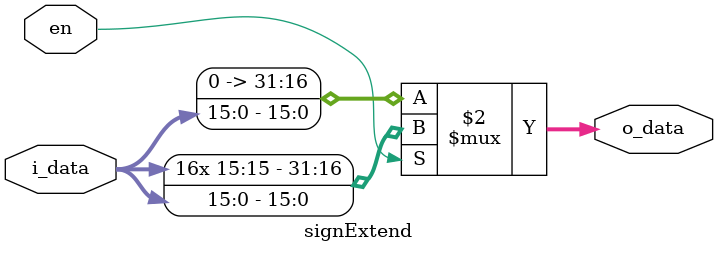
<source format=v>
module signExtend(
	input  [15:0] i_data,
	input 		  en, 
	output [31:0] o_data
	);

assign o_data = en ? {{16{i_data[15]}}, i_data} : i_data;

endmodule
</source>
